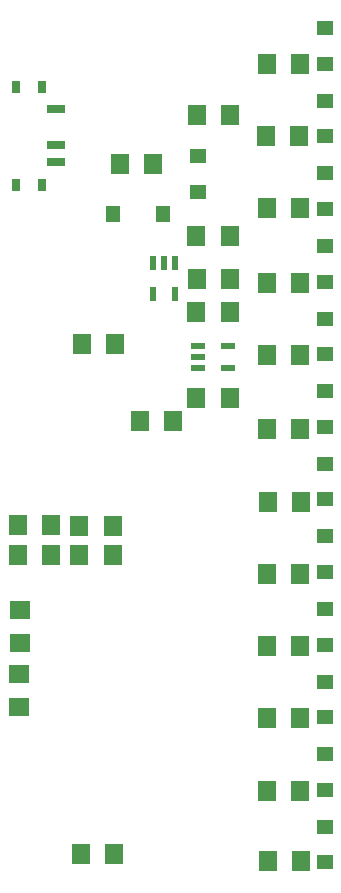
<source format=gtp>
G75*
%MOIN*%
%OFA0B0*%
%FSLAX24Y24*%
%IPPOS*%
%LPD*%
%AMOC8*
5,1,8,0,0,1.08239X$1,22.5*
%
%ADD10R,0.0217X0.0472*%
%ADD11R,0.0472X0.0217*%
%ADD12R,0.0551X0.0472*%
%ADD13R,0.0630X0.0709*%
%ADD14R,0.0500X0.0579*%
%ADD15R,0.0315X0.0394*%
%ADD16R,0.0591X0.0276*%
%ADD17R,0.0709X0.0630*%
D10*
X006051Y020063D03*
X006799Y020063D03*
X006799Y021087D03*
X006425Y021087D03*
X006051Y021087D03*
D11*
X007538Y018324D03*
X007538Y017950D03*
X007538Y017576D03*
X008562Y017576D03*
X008562Y018324D03*
D12*
X011775Y018049D03*
X011775Y019231D03*
X011775Y020469D03*
X011775Y021651D03*
X011775Y022889D03*
X011775Y024071D03*
X011775Y025309D03*
X011775Y026491D03*
X011775Y027729D03*
X011775Y028911D03*
X007550Y024641D03*
X007550Y023459D03*
X011775Y016811D03*
X011775Y015629D03*
X011775Y014391D03*
X011775Y013209D03*
X011775Y011971D03*
X011775Y010789D03*
X011775Y009551D03*
X011775Y008369D03*
X011775Y007131D03*
X011775Y005949D03*
X011775Y004711D03*
X011775Y003529D03*
X011775Y002291D03*
X011775Y001109D03*
D13*
X003649Y001400D03*
X004751Y001400D03*
X009874Y001150D03*
X010976Y001150D03*
X010946Y003500D03*
X009844Y003500D03*
X009834Y005925D03*
X010936Y005925D03*
X010936Y008325D03*
X009834Y008325D03*
X009854Y010725D03*
X010956Y010725D03*
X010976Y013125D03*
X009874Y013125D03*
X009844Y015550D03*
X010946Y015550D03*
X008601Y016575D03*
X007499Y016575D03*
X006726Y015825D03*
X005624Y015825D03*
X004776Y018400D03*
X003674Y018400D03*
X007499Y019450D03*
X008601Y019450D03*
X008626Y020550D03*
X007524Y020550D03*
X007499Y022000D03*
X008601Y022000D03*
X009854Y022925D03*
X010956Y022925D03*
X010926Y025325D03*
X009824Y025325D03*
X008626Y026025D03*
X007524Y026025D03*
X006051Y024400D03*
X004949Y024400D03*
X009844Y027725D03*
X010946Y027725D03*
X010936Y020425D03*
X009834Y020425D03*
X009864Y018025D03*
X010966Y018025D03*
X004701Y012325D03*
X004701Y011350D03*
X003599Y011350D03*
X002651Y011350D03*
X001549Y011350D03*
X001549Y012350D03*
X002651Y012350D03*
X003599Y012325D03*
D14*
X004704Y022725D03*
X006396Y022725D03*
D15*
X002358Y023691D03*
X001492Y023691D03*
X001492Y026959D03*
X002358Y026959D03*
D16*
X002811Y026211D03*
X002811Y025030D03*
X002811Y024439D03*
D17*
X001600Y009526D03*
X001600Y008424D03*
X001575Y007376D03*
X001575Y006274D03*
M02*

</source>
